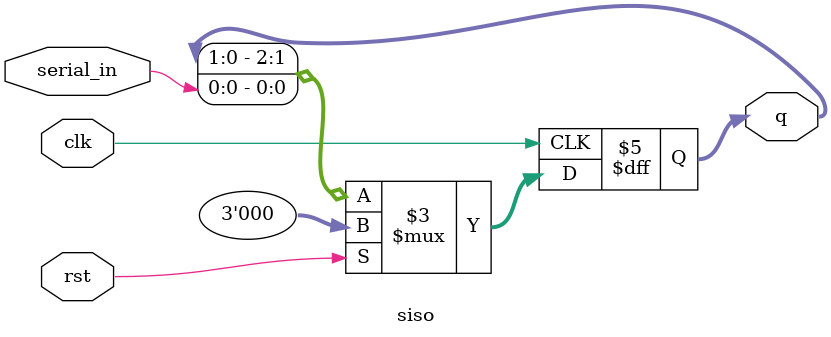
<source format=v>
module siso ( 
    input  wire clk,     // clock input 
    input  wire rst,     // synchronous reset 
    input  wire serial_in, // serial data input 
    output reg  [2:0] q   // 3-bit register output 
); 
 
always @(posedge clk) begin 
    if (rst) 
        q <= 3'b000;          // reset all bits 
    else 
        q <= {q[1:0], serial_in}; // shift left 
end 
endmodule
</source>
